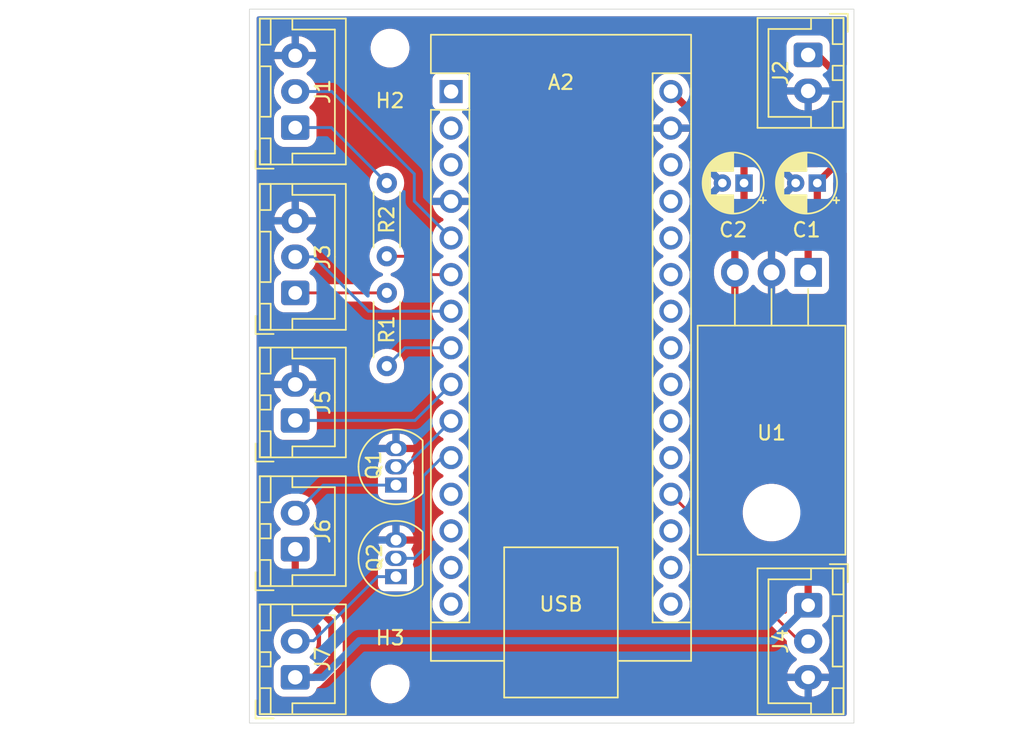
<source format=kicad_pcb>
(kicad_pcb (version 20240108) (generator "pcbnew") (generator_version "8.0")
  (layers (0 "F.Cu" signal) (31 "B.Cu" signal) (34 "B.Paste" user) (35 "F.Paste" user) (36 "B.SilkS" user "B.Silkscreen") (37 "F.SilkS" user "F.Silkscreen") (38 "B.Mask" user) (39 "F.Mask" user) (44 "Edge.Cuts" user))
  (net 0 "")
  (net 1 "/led ts")
  (net 7 "Net-(A2-D5)")
  (net 9 "/commande")
  (net 11 "/led r2d")
  (net 15 "/vitesse")
  (net 19 "/r2d button")
  (net 20 "GND")
  (net 21 "VCC")
  (net 25 "Net-(A2-D8)")
  (net 28 "/ts button")
  (net 30 "+12V")
  (net 31 "Net-(A2-D7)")
  (net 32 "Net-(A2-D3)")
  (net 33 "Net-(J6-Pin_2)")
  (net 34 "Net-(J7-Pin_2)")
  (footprint "Connector_JST:JST_XH_B2B-XH-A_1x02_P2.50mm_Vertical" (layer "F.Cu") (at 146.685 131.445 90)
    (property "Reference" "J7" (at 1.27 1.905 90) (layer "F.SilkS"))
    (property "Value" "relais R2D")
    (pad "1" thru_hole roundrect (at 0 0 90) (size 1.7 2) (drill 1) (layers "*.Cu" "*.Mask" "In1.Cu" "In2.Cu" "In3.Cu" "In4.Cu" "In5.Cu" "In6.Cu" "In7.Cu" "In8.Cu" "In9.Cu" "In10.Cu" "In11.Cu" "In12.Cu" "In13.Cu" "In14.Cu" "In15.Cu" "In16.Cu" "In17.Cu" "In18.Cu" "In19.Cu" "In20.Cu" "In21.Cu" "In22.Cu" "In23.Cu" "In24.Cu" "In25.Cu" "In26.Cu" "In27.Cu" "In28.Cu" "In29.Cu" "In30.Cu") (roundrect_rratio 0.147059) (net 21 "VCC"))
    (pad "2" thru_hole oval (at 2.5 0 90) (size 1.7 2) (drill 1) (layers "*.Cu" "*.Mask" "In1.Cu" "In2.Cu" "In3.Cu" "In4.Cu" "In5.Cu" "In6.Cu" "In7.Cu" "In8.Cu" "In9.Cu" "In10.Cu" "In11.Cu" "In12.Cu" "In13.Cu" "In14.Cu" "In15.Cu" "In16.Cu" "In17.Cu" "In18.Cu" "In19.Cu" "In20.Cu" "In21.Cu" "In22.Cu" "In23.Cu" "In24.Cu" "In25.Cu" "In26.Cu" "In27.Cu" "In28.Cu" "In29.Cu" "In30.Cu") (net 34 "Net-(J7-Pin_2)"))
  )
  (footprint "Package_TO_SOT_THT:TO-220-3_Horizontal_TabDown" (layer "F.Cu") (at 182.245 103.355 180)
    (property "Reference" "U1" (at 2.54 -11.135 360) (layer "F.SilkS"))
    (property "Value" "L7805")
    (pad "" np_thru_hole circle (at 2.54 -16.66 180) (size 3.5 3.5) (drill 3.5) (layers "*.Cu" "*.Mask" "In1.Cu" "In2.Cu" "In3.Cu" "In4.Cu" "In5.Cu" "In6.Cu" "In7.Cu" "In8.Cu" "In9.Cu" "In10.Cu" "In11.Cu" "In12.Cu" "In13.Cu" "In14.Cu" "In15.Cu" "In16.Cu" "In17.Cu" "In18.Cu" "In19.Cu" "In20.Cu" "In21.Cu" "In22.Cu" "In23.Cu" "In24.Cu" "In25.Cu" "In26.Cu" "In27.Cu" "In28.Cu" "In29.Cu" "In30.Cu"))
    (pad "1" thru_hole rect (at 0 0 180) (size 1.905 2) (drill 1.1) (layers "*.Cu" "*.Mask" "In1.Cu" "In2.Cu" "In3.Cu" "In4.Cu" "In5.Cu" "In6.Cu" "In7.Cu" "In8.Cu" "In9.Cu" "In10.Cu" "In11.Cu" "In12.Cu" "In13.Cu" "In14.Cu" "In15.Cu" "In16.Cu" "In17.Cu" "In18.Cu" "In19.Cu" "In20.Cu" "In21.Cu" "In22.Cu" "In23.Cu" "In24.Cu" "In25.Cu" "In26.Cu" "In27.Cu" "In28.Cu" "In29.Cu" "In30.Cu") (net 30 "+12V"))
    (pad "2" thru_hole oval (at 2.54 0 180) (size 1.905 2) (drill 1.1) (layers "*.Cu" "*.Mask" "In1.Cu" "In2.Cu" "In3.Cu" "In4.Cu" "In5.Cu" "In6.Cu" "In7.Cu" "In8.Cu" "In9.Cu" "In10.Cu" "In11.Cu" "In12.Cu" "In13.Cu" "In14.Cu" "In15.Cu" "In16.Cu" "In17.Cu" "In18.Cu" "In19.Cu" "In20.Cu" "In21.Cu" "In22.Cu" "In23.Cu" "In24.Cu" "In25.Cu" "In26.Cu" "In27.Cu" "In28.Cu" "In29.Cu" "In30.Cu") (net 20 "GND"))
    (pad "3" thru_hole oval (at 5.08 0 180) (size 1.905 2) (drill 1.1) (layers "*.Cu" "*.Mask" "In1.Cu" "In2.Cu" "In3.Cu" "In4.Cu" "In5.Cu" "In6.Cu" "In7.Cu" "In8.Cu" "In9.Cu" "In10.Cu" "In11.Cu" "In12.Cu" "In13.Cu" "In14.Cu" "In15.Cu" "In16.Cu" "In17.Cu" "In18.Cu" "In19.Cu" "In20.Cu" "In21.Cu" "In22.Cu" "In23.Cu" "In24.Cu" "In25.Cu" "In26.Cu" "In27.Cu" "In28.Cu" "In29.Cu" "In30.Cu") (net 21 "VCC"))
  )
  (footprint "Connector_JST:JST_XH_B2B-XH-A_1x02_P2.50mm_Vertical" (layer "F.Cu") (at 182.245 88.265 -90)
    (property "Reference" "J2" (at 1.23 1.905 90) (layer "F.SilkS"))
    (property "Value" "Alim")
    (pad "1" thru_hole roundrect (at 0 0 270) (size 1.7 2) (drill 1) (layers "*.Cu" "*.Mask" "In1.Cu" "In2.Cu" "In3.Cu" "In4.Cu" "In5.Cu" "In6.Cu" "In7.Cu" "In8.Cu" "In9.Cu" "In10.Cu" "In11.Cu" "In12.Cu" "In13.Cu" "In14.Cu" "In15.Cu" "In16.Cu" "In17.Cu" "In18.Cu" "In19.Cu" "In20.Cu" "In21.Cu" "In22.Cu" "In23.Cu" "In24.Cu" "In25.Cu" "In26.Cu" "In27.Cu" "In28.Cu" "In29.Cu" "In30.Cu") (roundrect_rratio 0.147059) (net 30 "+12V"))
    (pad "2" thru_hole oval (at 2.5 0 270) (size 1.7 2) (drill 1) (layers "*.Cu" "*.Mask" "In1.Cu" "In2.Cu" "In3.Cu" "In4.Cu" "In5.Cu" "In6.Cu" "In7.Cu" "In8.Cu" "In9.Cu" "In10.Cu" "In11.Cu" "In12.Cu" "In13.Cu" "In14.Cu" "In15.Cu" "In16.Cu" "In17.Cu" "In18.Cu" "In19.Cu" "In20.Cu" "In21.Cu" "In22.Cu" "In23.Cu" "In24.Cu" "In25.Cu" "In26.Cu" "In27.Cu" "In28.Cu" "In29.Cu" "In30.Cu") (net 20 "GND"))
  )
  (footprint "Module:Arduino_Nano" (layer "F.Cu") (at 157.49 90.805)
    (property "Reference" "A2" (at 7.62 -0.635 0) (layer "F.SilkS"))
    (property "Value" "Arduino_Nano_ESP32")
    (fp_text user "USB" (at 7.62 35.56 0) (layer "F.SilkS"))
    (pad "1" thru_hole rect (at 0 0) (size 1.6 1.6) (drill 1) (layers "*.Cu" "*.Mask" "In1.Cu" "In2.Cu" "In3.Cu" "In4.Cu" "In5.Cu" "In6.Cu" "In7.Cu" "In8.Cu" "In9.Cu" "In10.Cu" "In11.Cu" "In12.Cu" "In13.Cu" "In14.Cu" "In15.Cu" "In16.Cu" "In17.Cu" "In18.Cu" "In19.Cu" "In20.Cu" "In21.Cu" "In22.Cu" "In23.Cu" "In24.Cu" "In25.Cu" "In26.Cu" "In27.Cu" "In28.Cu" "In29.Cu" "In30.Cu"))
    (pad "2" thru_hole oval (at 0 2.54) (size 1.6 1.6) (drill 1) (layers "*.Cu" "*.Mask" "In1.Cu" "In2.Cu" "In3.Cu" "In4.Cu" "In5.Cu" "In6.Cu" "In7.Cu" "In8.Cu" "In9.Cu" "In10.Cu" "In11.Cu" "In12.Cu" "In13.Cu" "In14.Cu" "In15.Cu" "In16.Cu" "In17.Cu" "In18.Cu" "In19.Cu" "In20.Cu" "In21.Cu" "In22.Cu" "In23.Cu" "In24.Cu" "In25.Cu" "In26.Cu" "In27.Cu" "In28.Cu" "In29.Cu" "In30.Cu"))
    (pad "3" thru_hole oval (at 0 5.08) (size 1.6 1.6) (drill 1) (layers "*.Cu" "*.Mask" "In1.Cu" "In2.Cu" "In3.Cu" "In4.Cu" "In5.Cu" "In6.Cu" "In7.Cu" "In8.Cu" "In9.Cu" "In10.Cu" "In11.Cu" "In12.Cu" "In13.Cu" "In14.Cu" "In15.Cu" "In16.Cu" "In17.Cu" "In18.Cu" "In19.Cu" "In20.Cu" "In21.Cu" "In22.Cu" "In23.Cu" "In24.Cu" "In25.Cu" "In26.Cu" "In27.Cu" "In28.Cu" "In29.Cu" "In30.Cu"))
    (pad "4" thru_hole oval (at 0 7.62) (size 1.6 1.6) (drill 1) (layers "*.Cu" "*.Mask" "In1.Cu" "In2.Cu" "In3.Cu" "In4.Cu" "In5.Cu" "In6.Cu" "In7.Cu" "In8.Cu" "In9.Cu" "In10.Cu" "In11.Cu" "In12.Cu" "In13.Cu" "In14.Cu" "In15.Cu" "In16.Cu" "In17.Cu" "In18.Cu" "In19.Cu" "In20.Cu" "In21.Cu" "In22.Cu" "In23.Cu" "In24.Cu" "In25.Cu" "In26.Cu" "In27.Cu" "In28.Cu" "In29.Cu" "In30.Cu") (net 20 "GND"))
    (pad "5" thru_hole oval (at 0 10.16) (size 1.6 1.6) (drill 1) (layers "*.Cu" "*.Mask" "In1.Cu" "In2.Cu" "In3.Cu" "In4.Cu" "In5.Cu" "In6.Cu" "In7.Cu" "In8.Cu" "In9.Cu" "In10.Cu" "In11.Cu" "In12.Cu" "In13.Cu" "In14.Cu" "In15.Cu" "In16.Cu" "In17.Cu" "In18.Cu" "In19.Cu" "In20.Cu" "In21.Cu" "In22.Cu" "In23.Cu" "In24.Cu" "In25.Cu" "In26.Cu" "In27.Cu" "In28.Cu" "In29.Cu" "In30.Cu") (net 28 "/ts button"))
    (pad "6" thru_hole oval (at 0 12.7) (size 1.6 1.6) (drill 1) (layers "*.Cu" "*.Mask" "In1.Cu" "In2.Cu" "In3.Cu" "In4.Cu" "In5.Cu" "In6.Cu" "In7.Cu" "In8.Cu" "In9.Cu" "In10.Cu" "In11.Cu" "In12.Cu" "In13.Cu" "In14.Cu" "In15.Cu" "In16.Cu" "In17.Cu" "In18.Cu" "In19.Cu" "In20.Cu" "In21.Cu" "In22.Cu" "In23.Cu" "In24.Cu" "In25.Cu" "In26.Cu" "In27.Cu" "In28.Cu" "In29.Cu" "In30.Cu") (net 32 "Net-(A2-D3)"))
    (pad "7" thru_hole oval (at 0 15.24) (size 1.6 1.6) (drill 1) (layers "*.Cu" "*.Mask" "In1.Cu" "In2.Cu" "In3.Cu" "In4.Cu" "In5.Cu" "In6.Cu" "In7.Cu" "In8.Cu" "In9.Cu" "In10.Cu" "In11.Cu" "In12.Cu" "In13.Cu" "In14.Cu" "In15.Cu" "In16.Cu" "In17.Cu" "In18.Cu" "In19.Cu" "In20.Cu" "In21.Cu" "In22.Cu" "In23.Cu" "In24.Cu" "In25.Cu" "In26.Cu" "In27.Cu" "In28.Cu" "In29.Cu" "In30.Cu") (net 19 "/r2d button"))
    (pad "8" thru_hole oval (at 0 17.78) (size 1.6 1.6) (drill 1) (layers "*.Cu" "*.Mask" "In1.Cu" "In2.Cu" "In3.Cu" "In4.Cu" "In5.Cu" "In6.Cu" "In7.Cu" "In8.Cu" "In9.Cu" "In10.Cu" "In11.Cu" "In12.Cu" "In13.Cu" "In14.Cu" "In15.Cu" "In16.Cu" "In17.Cu" "In18.Cu" "In19.Cu" "In20.Cu" "In21.Cu" "In22.Cu" "In23.Cu" "In24.Cu" "In25.Cu" "In26.Cu" "In27.Cu" "In28.Cu" "In29.Cu" "In30.Cu") (net 7 "Net-(A2-D5)"))
    (pad "9" thru_hole oval (at 0 20.32) (size 1.6 1.6) (drill 1) (layers "*.Cu" "*.Mask" "In1.Cu" "In2.Cu" "In3.Cu" "In4.Cu" "In5.Cu" "In6.Cu" "In7.Cu" "In8.Cu" "In9.Cu" "In10.Cu" "In11.Cu" "In12.Cu" "In13.Cu" "In14.Cu" "In15.Cu" "In16.Cu" "In17.Cu" "In18.Cu" "In19.Cu" "In20.Cu" "In21.Cu" "In22.Cu" "In23.Cu" "In24.Cu" "In25.Cu" "In26.Cu" "In27.Cu" "In28.Cu" "In29.Cu" "In30.Cu") (net 9 "/commande"))
    (pad "10" thru_hole oval (at 0 22.86) (size 1.6 1.6) (drill 1) (layers "*.Cu" "*.Mask" "In1.Cu" "In2.Cu" "In3.Cu" "In4.Cu" "In5.Cu" "In6.Cu" "In7.Cu" "In8.Cu" "In9.Cu" "In10.Cu" "In11.Cu" "In12.Cu" "In13.Cu" "In14.Cu" "In15.Cu" "In16.Cu" "In17.Cu" "In18.Cu" "In19.Cu" "In20.Cu" "In21.Cu" "In22.Cu" "In23.Cu" "In24.Cu" "In25.Cu" "In26.Cu" "In27.Cu" "In28.Cu" "In29.Cu" "In30.Cu") (net 31 "Net-(A2-D7)"))
    (pad "11" thru_hole oval (at 0 25.4) (size 1.6 1.6) (drill 1) (layers "*.Cu" "*.Mask" "In1.Cu" "In2.Cu" "In3.Cu" "In4.Cu" "In5.Cu" "In6.Cu" "In7.Cu" "In8.Cu" "In9.Cu" "In10.Cu" "In11.Cu" "In12.Cu" "In13.Cu" "In14.Cu" "In15.Cu" "In16.Cu" "In17.Cu" "In18.Cu" "In19.Cu" "In20.Cu" "In21.Cu" "In22.Cu" "In23.Cu" "In24.Cu" "In25.Cu" "In26.Cu" "In27.Cu" "In28.Cu" "In29.Cu" "In30.Cu") (net 25 "Net-(A2-D8)"))
    (pad "12" thru_hole oval (at 0 27.94) (size 1.6 1.6) (drill 1) (layers "*.Cu" "*.Mask" "In1.Cu" "In2.Cu" "In3.Cu" "In4.Cu" "In5.Cu" "In6.Cu" "In7.Cu" "In8.Cu" "In9.Cu" "In10.Cu" "In11.Cu" "In12.Cu" "In13.Cu" "In14.Cu" "In15.Cu" "In16.Cu" "In17.Cu" "In18.Cu" "In19.Cu" "In20.Cu" "In21.Cu" "In22.Cu" "In23.Cu" "In24.Cu" "In25.Cu" "In26.Cu" "In27.Cu" "In28.Cu" "In29.Cu" "In30.Cu"))
    (pad "13" thru_hole oval (at 0 30.48) (size 1.6 1.6) (drill 1) (layers "*.Cu" "*.Mask" "In1.Cu" "In2.Cu" "In3.Cu" "In4.Cu" "In5.Cu" "In6.Cu" "In7.Cu" "In8.Cu" "In9.Cu" "In10.Cu" "In11.Cu" "In12.Cu" "In13.Cu" "In14.Cu" "In15.Cu" "In16.Cu" "In17.Cu" "In18.Cu" "In19.Cu" "In20.Cu" "In21.Cu" "In22.Cu" "In23.Cu" "In24.Cu" "In25.Cu" "In26.Cu" "In27.Cu" "In28.Cu" "In29.Cu" "In30.Cu"))
    (pad "14" thru_hole oval (at 0 33.02) (size 1.6 1.6) (drill 1) (layers "*.Cu" "*.Mask" "In1.Cu" "In2.Cu" "In3.Cu" "In4.Cu" "In5.Cu" "In6.Cu" "In7.Cu" "In8.Cu" "In9.Cu" "In10.Cu" "In11.Cu" "In12.Cu" "In13.Cu" "In14.Cu" "In15.Cu" "In16.Cu" "In17.Cu" "In18.Cu" "In19.Cu" "In20.Cu" "In21.Cu" "In22.Cu" "In23.Cu" "In24.Cu" "In25.Cu" "In26.Cu" "In27.Cu" "In28.Cu" "In29.Cu" "In30.Cu"))
    (pad "15" thru_hole oval (at 0 35.56) (size 1.6 1.6) (drill 1) (layers "*.Cu" "*.Mask" "In1.Cu" "In2.Cu" "In3.Cu" "In4.Cu" "In5.Cu" "In6.Cu" "In7.Cu" "In8.Cu" "In9.Cu" "In10.Cu" "In11.Cu" "In12.Cu" "In13.Cu" "In14.Cu" "In15.Cu" "In16.Cu" "In17.Cu" "In18.Cu" "In19.Cu" "In20.Cu" "In21.Cu" "In22.Cu" "In23.Cu" "In24.Cu" "In25.Cu" "In26.Cu" "In27.Cu" "In28.Cu" "In29.Cu" "In30.Cu"))
    (pad "16" thru_hole oval (at 15.24 35.56) (size 1.6 1.6) (drill 1) (layers "*.Cu" "*.Mask" "In1.Cu" "In2.Cu" "In3.Cu" "In4.Cu" "In5.Cu" "In6.Cu" "In7.Cu" "In8.Cu" "In9.Cu" "In10.Cu" "In11.Cu" "In12.Cu" "In13.Cu" "In14.Cu" "In15.Cu" "In16.Cu" "In17.Cu" "In18.Cu" "In19.Cu" "In20.Cu" "In21.Cu" "In22.Cu" "In23.Cu" "In24.Cu" "In25.Cu" "In26.Cu" "In27.Cu" "In28.Cu" "In29.Cu" "In30.Cu"))
    (pad "17" thru_hole oval (at 15.24 33.02) (size 1.6 1.6) (drill 1) (layers "*.Cu" "*.Mask" "In1.Cu" "In2.Cu" "In3.Cu" "In4.Cu" "In5.Cu" "In6.Cu" "In7.Cu" "In8.Cu" "In9.Cu" "In10.Cu" "In11.Cu" "In12.Cu" "In13.Cu" "In14.Cu" "In15.Cu" "In16.Cu" "In17.Cu" "In18.Cu" "In19.Cu" "In20.Cu" "In21.Cu" "In22.Cu" "In23.Cu" "In24.Cu" "In25.Cu" "In26.Cu" "In27.Cu" "In28.Cu" "In29.Cu" "In30.Cu"))
    (pad "18" thru_hole oval (at 15.24 30.48) (size 1.6 1.6) (drill 1) (layers "*.Cu" "*.Mask" "In1.Cu" "In2.Cu" "In3.Cu" "In4.Cu" "In5.Cu" "In6.Cu" "In7.Cu" "In8.Cu" "In9.Cu" "In10.Cu" "In11.Cu" "In12.Cu" "In13.Cu" "In14.Cu" "In15.Cu" "In16.Cu" "In17.Cu" "In18.Cu" "In19.Cu" "In20.Cu" "In21.Cu" "In22.Cu" "In23.Cu" "In24.Cu" "In25.Cu" "In26.Cu" "In27.Cu" "In28.Cu" "In29.Cu" "In30.Cu"))
    (pad "19" thru_hole oval (at 15.24 27.94) (size 1.6 1.6) (drill 1) (layers "*.Cu" "*.Mask" "In1.Cu" "In2.Cu" "In3.Cu" "In4.Cu" "In5.Cu" "In6.Cu" "In7.Cu" "In8.Cu" "In9.Cu" "In10.Cu" "In11.Cu" "In12.Cu" "In13.Cu" "In14.Cu" "In15.Cu" "In16.Cu" "In17.Cu" "In18.Cu" "In19.Cu" "In20.Cu" "In21.Cu" "In22.Cu" "In23.Cu" "In24.Cu" "In25.Cu" "In26.Cu" "In27.Cu" "In28.Cu" "In29.Cu" "In30.Cu") (net 15 "/vitesse"))
    (pad "20" thru_hole oval (at 15.24 25.4) (size 1.6 1.6) (drill 1) (layers "*.Cu" "*.Mask" "In1.Cu" "In2.Cu" "In3.Cu" "In4.Cu" "In5.Cu" "In6.Cu" "In7.Cu" "In8.Cu" "In9.Cu" "In10.Cu" "In11.Cu" "In12.Cu" "In13.Cu" "In14.Cu" "In15.Cu" "In16.Cu" "In17.Cu" "In18.Cu" "In19.Cu" "In20.Cu" "In21.Cu" "In22.Cu" "In23.Cu" "In24.Cu" "In25.Cu" "In26.Cu" "In27.Cu" "In28.Cu" "In29.Cu" "In30.Cu"))
    (pad "21" thru_hole oval (at 15.24 22.86) (size 1.6 1.6) (drill 1) (layers "*.Cu" "*.Mask" "In1.Cu" "In2.Cu" "In3.Cu" "In4.Cu" "In5.Cu" "In6.Cu" "In7.Cu" "In8.Cu" "In9.Cu" "In10.Cu" "In11.Cu" "In12.Cu" "In13.Cu" "In14.Cu" "In15.Cu" "In16.Cu" "In17.Cu" "In18.Cu" "In19.Cu" "In20.Cu" "In21.Cu" "In22.Cu" "In23.Cu" "In24.Cu" "In25.Cu" "In26.Cu" "In27.Cu" "In28.Cu" "In29.Cu" "In30.Cu"))
    (pad "22" thru_hole oval (at 15.24 20.32) (size 1.6 1.6) (drill 1) (layers "*.Cu" "*.Mask" "In1.Cu" "In2.Cu" "In3.Cu" "In4.Cu" "In5.Cu" "In6.Cu" "In7.Cu" "In8.Cu" "In9.Cu" "In10.Cu" "In11.Cu" "In12.Cu" "In13.Cu" "In14.Cu" "In15.Cu" "In16.Cu" "In17.Cu" "In18.Cu" "In19.Cu" "In20.Cu" "In21.Cu" "In22.Cu" "In23.Cu" "In24.Cu" "In25.Cu" "In26.Cu" "In27.Cu" "In28.Cu" "In29.Cu" "In30.Cu"))
    (pad "23" thru_hole oval (at 15.24 17.78) (size 1.6 1.6) (drill 1) (layers "*.Cu" "*.Mask" "In1.Cu" "In2.Cu" "In3.Cu" "In4.Cu" "In5.Cu" "In6.Cu" "In7.Cu" "In8.Cu" "In9.Cu" "In10.Cu" "In11.Cu" "In12.Cu" "In13.Cu" "In14.Cu" "In15.Cu" "In16.Cu" "In17.Cu" "In18.Cu" "In19.Cu" "In20.Cu" "In21.Cu" "In22.Cu" "In23.Cu" "In24.Cu" "In25.Cu" "In26.Cu" "In27.Cu" "In28.Cu" "In29.Cu" "In30.Cu"))
    (pad "24" thru_hole oval (at 15.24 15.24) (size 1.6 1.6) (drill 1) (layers "*.Cu" "*.Mask" "In1.Cu" "In2.Cu" "In3.Cu" "In4.Cu" "In5.Cu" "In6.Cu" "In7.Cu" "In8.Cu" "In9.Cu" "In10.Cu" "In11.Cu" "In12.Cu" "In13.Cu" "In14.Cu" "In15.Cu" "In16.Cu" "In17.Cu" "In18.Cu" "In19.Cu" "In20.Cu" "In21.Cu" "In22.Cu" "In23.Cu" "In24.Cu" "In25.Cu" "In26.Cu" "In27.Cu" "In28.Cu" "In29.Cu" "In30.Cu"))
    (pad "25" thru_hole oval (at 15.24 12.7) (size 1.6 1.6) (drill 1) (layers "*.Cu" "*.Mask" "In1.Cu" "In2.Cu" "In3.Cu" "In4.Cu" "In5.Cu" "In6.Cu" "In7.Cu" "In8.Cu" "In9.Cu" "In10.Cu" "In11.Cu" "In12.Cu" "In13.Cu" "In14.Cu" "In15.Cu" "In16.Cu" "In17.Cu" "In18.Cu" "In19.Cu" "In20.Cu" "In21.Cu" "In22.Cu" "In23.Cu" "In24.Cu" "In25.Cu" "In26.Cu" "In27.Cu" "In28.Cu" "In29.Cu" "In30.Cu"))
    (pad "26" thru_hole oval (at 15.24 10.16) (size 1.6 1.6) (drill 1) (layers "*.Cu" "*.Mask" "In1.Cu" "In2.Cu" "In3.Cu" "In4.Cu" "In5.Cu" "In6.Cu" "In7.Cu" "In8.Cu" "In9.Cu" "In10.Cu" "In11.Cu" "In12.Cu" "In13.Cu" "In14.Cu" "In15.Cu" "In16.Cu" "In17.Cu" "In18.Cu" "In19.Cu" "In20.Cu" "In21.Cu" "In22.Cu" "In23.Cu" "In24.Cu" "In25.Cu" "In26.Cu" "In27.Cu" "In28.Cu" "In29.Cu" "In30.Cu"))
    (pad "27" thru_hole oval (at 15.24 7.62) (size 1.6 1.6) (drill 1) (layers "*.Cu" "*.Mask" "In1.Cu" "In2.Cu" "In3.Cu" "In4.Cu" "In5.Cu" "In6.Cu" "In7.Cu" "In8.Cu" "In9.Cu" "In10.Cu" "In11.Cu" "In12.Cu" "In13.Cu" "In14.Cu" "In15.Cu" "In16.Cu" "In17.Cu" "In18.Cu" "In19.Cu" "In20.Cu" "In21.Cu" "In22.Cu" "In23.Cu" "In24.Cu" "In25.Cu" "In26.Cu" "In27.Cu" "In28.Cu" "In29.Cu" "In30.Cu"))
    (pad "28" thru_hole oval (at 15.24 5.08) (size 1.6 1.6) (drill 1) (layers "*.Cu" "*.Mask" "In1.Cu" "In2.Cu" "In3.Cu" "In4.Cu" "In5.Cu" "In6.Cu" "In7.Cu" "In8.Cu" "In9.Cu" "In10.Cu" "In11.Cu" "In12.Cu" "In13.Cu" "In14.Cu" "In15.Cu" "In16.Cu" "In17.Cu" "In18.Cu" "In19.Cu" "In20.Cu" "In21.Cu" "In22.Cu" "In23.Cu" "In24.Cu" "In25.Cu" "In26.Cu" "In27.Cu" "In28.Cu" "In29.Cu" "In30.Cu"))
    (pad "29" thru_hole oval (at 15.24 2.54) (size 1.6 1.6) (drill 1) (layers "*.Cu" "*.Mask" "In1.Cu" "In2.Cu" "In3.Cu" "In4.Cu" "In5.Cu" "In6.Cu" "In7.Cu" "In8.Cu" "In9.Cu" "In10.Cu" "In11.Cu" "In12.Cu" "In13.Cu" "In14.Cu" "In15.Cu" "In16.Cu" "In17.Cu" "In18.Cu" "In19.Cu" "In20.Cu" "In21.Cu" "In22.Cu" "In23.Cu" "In24.Cu" "In25.Cu" "In26.Cu" "In27.Cu" "In28.Cu" "In29.Cu" "In30.Cu") (net 20 "GND"))
    (pad "30" thru_hole oval (at 15.24 0) (size 1.6 1.6) (drill 1) (layers "*.Cu" "*.Mask" "In1.Cu" "In2.Cu" "In3.Cu" "In4.Cu" "In5.Cu" "In6.Cu" "In7.Cu" "In8.Cu" "In9.Cu" "In10.Cu" "In11.Cu" "In12.Cu" "In13.Cu" "In14.Cu" "In15.Cu" "In16.Cu" "In17.Cu" "In18.Cu" "In19.Cu" "In20.Cu" "In21.Cu" "In22.Cu" "In23.Cu" "In24.Cu" "In25.Cu" "In26.Cu" "In27.Cu" "In28.Cu" "In29.Cu" "In30.Cu") (net 21 "VCC"))
  )
  (footprint "Connector_JST:JST_XH_B3B-XH-A_1x03_P2.50mm_Vertical" (layer "F.Cu") (at 146.685 93.305 90)
    (property "Reference" "J1" (at 2.5 1.905 90) (layer "F.SilkS"))
    (property "Value" "TS ON")
    (pad "1" thru_hole roundrect (at 0 0 90) (size 1.7 1.95) (drill 0.95) (layers "*.Cu" "*.Mask" "In1.Cu" "In2.Cu" "In3.Cu" "In4.Cu" "In5.Cu" "In6.Cu" "In7.Cu" "In8.Cu" "In9.Cu" "In10.Cu" "In11.Cu" "In12.Cu" "In13.Cu" "In14.Cu" "In15.Cu" "In16.Cu" "In17.Cu" "In18.Cu" "In19.Cu" "In20.Cu" "In21.Cu" "In22.Cu" "In23.Cu" "In24.Cu" "In25.Cu" "In26.Cu" "In27.Cu" "In28.Cu" "In29.Cu" "In30.Cu") (roundrect_rratio 0.147059) (net 1 "/led ts"))
    (pad "2" thru_hole oval (at 2.5 0 90) (size 1.7 1.95) (drill 0.95) (layers "*.Cu" "*.Mask" "In1.Cu" "In2.Cu" "In3.Cu" "In4.Cu" "In5.Cu" "In6.Cu" "In7.Cu" "In8.Cu" "In9.Cu" "In10.Cu" "In11.Cu" "In12.Cu" "In13.Cu" "In14.Cu" "In15.Cu" "In16.Cu" "In17.Cu" "In18.Cu" "In19.Cu" "In20.Cu" "In21.Cu" "In22.Cu" "In23.Cu" "In24.Cu" "In25.Cu" "In26.Cu" "In27.Cu" "In28.Cu" "In29.Cu" "In30.Cu") (net 28 "/ts button"))
    (pad "3" thru_hole oval (at 5 0 90) (size 1.7 1.95) (drill 0.95) (layers "*.Cu" "*.Mask" "In1.Cu" "In2.Cu" "In3.Cu" "In4.Cu" "In5.Cu" "In6.Cu" "In7.Cu" "In8.Cu" "In9.Cu" "In10.Cu" "In11.Cu" "In12.Cu" "In13.Cu" "In14.Cu" "In15.Cu" "In16.Cu" "In17.Cu" "In18.Cu" "In19.Cu" "In20.Cu" "In21.Cu" "In22.Cu" "In23.Cu" "In24.Cu" "In25.Cu" "In26.Cu" "In27.Cu" "In28.Cu" "In29.Cu" "In30.Cu") (net 20 "GND"))
  )
  (footprint "MountingHole:MountingHole_2.2mm_M2" (layer "F.Cu") (at 153.265792 131.906584)
    (property "Reference" "H3" (at 0 -3.2 0) (layer "F.SilkS"))
    (property "Value" "MountingHole" (hide yes))
    (pad "" np_thru_hole circle (at 0 0) (size 2.2 2.2) (drill 2.2) (layers "*.Cu" "*.Mask" "In1.Cu" "In2.Cu" "In3.Cu" "In4.Cu" "In5.Cu" "In6.Cu" "In7.Cu" "In8.Cu" "In9.Cu" "In10.Cu" "In11.Cu" "In12.Cu" "In13.Cu" "In14.Cu" "In15.Cu" "In16.Cu" "In17.Cu" "In18.Cu" "In19.Cu" "In20.Cu" "In21.Cu" "In22.Cu" "In23.Cu" "In24.Cu" "In25.Cu" "In26.Cu" "In27.Cu" "In28.Cu" "In29.Cu" "In30.Cu"))
  )
  (footprint "MountingHole:MountingHole_2.2mm_M2" (layer "F.Cu") (at 153.255878 87.795606)
    (property "Reference" "H2" (at 0 3.644394 0) (layer "F.SilkS"))
    (property "Value" "MountingHole" (hide yes))
    (pad "" np_thru_hole circle (at 0 0) (size 2.2 2.2) (drill 2.2) (layers "*.Cu" "*.Mask" "In1.Cu" "In2.Cu" "In3.Cu" "In4.Cu" "In5.Cu" "In6.Cu" "In7.Cu" "In8.Cu" "In9.Cu" "In10.Cu" "In11.Cu" "In12.Cu" "In13.Cu" "In14.Cu" "In15.Cu" "In16.Cu" "In17.Cu" "In18.Cu" "In19.Cu" "In20.Cu" "In21.Cu" "In22.Cu" "In23.Cu" "In24.Cu" "In25.Cu" "In26.Cu" "In27.Cu" "In28.Cu" "In29.Cu" "In30.Cu"))
  )
  (footprint "Package_TO_SOT_THT:TO-92_Inline" (layer "F.Cu") (at 153.67 118.11 90)
    (property "Reference" "Q1" (at 1.369885 -1.550189 90) (layer "F.SilkS"))
    (property "Value" "BS108")
    (pad "1" thru_hole rect (at 0 0 90) (size 1.05 1.5) (drill 0.75) (layers "*.Cu" "*.Mask" "In1.Cu" "In2.Cu" "In3.Cu" "In4.Cu" "In5.Cu" "In6.Cu" "In7.Cu" "In8.Cu" "In9.Cu" "In10.Cu" "In11.Cu" "In12.Cu" "In13.Cu" "In14.Cu" "In15.Cu" "In16.Cu" "In17.Cu" "In18.Cu" "In19.Cu" "In20.Cu" "In21.Cu" "In22.Cu" "In23.Cu" "In24.Cu" "In25.Cu" "In26.Cu" "In27.Cu" "In28.Cu" "In29.Cu" "In30.Cu") (net 33 "Net-(J6-Pin_2)"))
    (pad "2" thru_hole oval (at 1.27 0 90) (size 1.05 1.5) (drill 0.75) (layers "*.Cu" "*.Mask" "In1.Cu" "In2.Cu" "In3.Cu" "In4.Cu" "In5.Cu" "In6.Cu" "In7.Cu" "In8.Cu" "In9.Cu" "In10.Cu" "In11.Cu" "In12.Cu" "In13.Cu" "In14.Cu" "In15.Cu" "In16.Cu" "In17.Cu" "In18.Cu" "In19.Cu" "In20.Cu" "In21.Cu" "In22.Cu" "In23.Cu" "In24.Cu" "In25.Cu" "In26.Cu" "In27.Cu" "In28.Cu" "In29.Cu" "In30.Cu") (net 31 "Net-(A2-D7)"))
    (pad "3" thru_hole oval (at 2.54 0 90) (size 1.05 1.5) (drill 0.75) (layers "*.Cu" "*.Mask" "In1.Cu" "In2.Cu" "In3.Cu" "In4.Cu" "In5.Cu" "In6.Cu" "In7.Cu" "In8.Cu" "In9.Cu" "In10.Cu" "In11.Cu" "In12.Cu" "In13.Cu" "In14.Cu" "In15.Cu" "In16.Cu" "In17.Cu" "In18.Cu" "In19.Cu" "In20.Cu" "In21.Cu" "In22.Cu" "In23.Cu" "In24.Cu" "In25.Cu" "In26.Cu" "In27.Cu" "In28.Cu" "In29.Cu" "In30.Cu") (net 20 "GND"))
  )
  (footprint "Connector_JST:JST_XH_B2B-XH-A_1x02_P2.50mm_Vertical" (layer "F.Cu") (at 146.685 113.625 90)
    (property "Reference" "J5" (at 1.25 1.905 90) (layer "F.SilkS"))
    (property "Value" "commande onduleur")
    (pad "1" thru_hole roundrect (at 0 0 90) (size 1.7 2) (drill 1) (layers "*.Cu" "*.Mask" "In1.Cu" "In2.Cu" "In3.Cu" "In4.Cu" "In5.Cu" "In6.Cu" "In7.Cu" "In8.Cu" "In9.Cu" "In10.Cu" "In11.Cu" "In12.Cu" "In13.Cu" "In14.Cu" "In15.Cu" "In16.Cu" "In17.Cu" "In18.Cu" "In19.Cu" "In20.Cu" "In21.Cu" "In22.Cu" "In23.Cu" "In24.Cu" "In25.Cu" "In26.Cu" "In27.Cu" "In28.Cu" "In29.Cu" "In30.Cu") (roundrect_rratio 0.147059) (net 9 "/commande"))
    (pad "2" thru_hole oval (at 2.5 0 90) (size 1.7 2) (drill 1) (layers "*.Cu" "*.Mask" "In1.Cu" "In2.Cu" "In3.Cu" "In4.Cu" "In5.Cu" "In6.Cu" "In7.Cu" "In8.Cu" "In9.Cu" "In10.Cu" "In11.Cu" "In12.Cu" "In13.Cu" "In14.Cu" "In15.Cu" "In16.Cu" "In17.Cu" "In18.Cu" "In19.Cu" "In20.Cu" "In21.Cu" "In22.Cu" "In23.Cu" "In24.Cu" "In25.Cu" "In26.Cu" "In27.Cu" "In28.Cu" "In29.Cu" "In30.Cu") (net 20 "GND"))
  )
  (footprint "Connector_JST:JST_XH_B3B-XH-A_1x03_P2.50mm_Vertical" (layer "F.Cu") (at 182.245 126.445 -90)
    (property "Reference" "J4" (at 2.5 1.905 90) (layer "F.SilkS"))
    (property "Value" "Potentiometre")
    (pad "1" thru_hole roundrect (at 0 0 270) (size 1.7 1.95) (drill 0.95) (layers "*.Cu" "*.Mask" "In1.Cu" "In2.Cu" "In3.Cu" "In4.Cu" "In5.Cu" "In6.Cu" "In7.Cu" "In8.Cu" "In9.Cu" "In10.Cu" "In11.Cu" "In12.Cu" "In13.Cu" "In14.Cu" "In15.Cu" "In16.Cu" "In17.Cu" "In18.Cu" "In19.Cu" "In20.Cu" "In21.Cu" "In22.Cu" "In23.Cu" "In24.Cu" "In25.Cu" "In26.Cu" "In27.Cu" "In28.Cu" "In29.Cu" "In30.Cu") (roundrect_rratio 0.147059) (net 21 "VCC"))
    (pad "2" thru_hole oval (at 2.5 0 270) (size 1.7 1.95) (drill 0.95) (layers "*.Cu" "*.Mask" "In1.Cu" "In2.Cu" "In3.Cu" "In4.Cu" "In5.Cu" "In6.Cu" "In7.Cu" "In8.Cu" "In9.Cu" "In10.Cu" "In11.Cu" "In12.Cu" "In13.Cu" "In14.Cu" "In15.Cu" "In16.Cu" "In17.Cu" "In18.Cu" "In19.Cu" "In20.Cu" "In21.Cu" "In22.Cu" "In23.Cu" "In24.Cu" "In25.Cu" "In26.Cu" "In27.Cu" "In28.Cu" "In29.Cu" "In30.Cu") (net 15 "/vitesse"))
    (pad "3" thru_hole oval (at 5 0 270) (size 1.7 1.95) (drill 0.95) (layers "*.Cu" "*.Mask" "In1.Cu" "In2.Cu" "In3.Cu" "In4.Cu" "In5.Cu" "In6.Cu" "In7.Cu" "In8.Cu" "In9.Cu" "In10.Cu" "In11.Cu" "In12.Cu" "In13.Cu" "In14.Cu" "In15.Cu" "In16.Cu" "In17.Cu" "In18.Cu" "In19.Cu" "In20.Cu" "In21.Cu" "In22.Cu" "In23.Cu" "In24.Cu" "In25.Cu" "In26.Cu" "In27.Cu" "In28.Cu" "In29.Cu" "In30.Cu") (net 20 "GND"))
  )
  (footprint "Connector_JST:JST_XH_B3B-XH-A_1x03_P2.50mm_Vertical" (layer "F.Cu") (at 146.685 104.775 90)
    (property "Reference" "J3" (at 2.5 1.905 90) (layer "F.SilkS"))
    (property "Value" "R2D")
    (pad "1" thru_hole roundrect (at 0 0 90) (size 1.7 1.95) (drill 0.95) (layers "*.Cu" "*.Mask" "In1.Cu" "In2.Cu" "In3.Cu" "In4.Cu" "In5.Cu" "In6.Cu" "In7.Cu" "In8.Cu" "In9.Cu" "In10.Cu" "In11.Cu" "In12.Cu" "In13.Cu" "In14.Cu" "In15.Cu" "In16.Cu" "In17.Cu" "In18.Cu" "In19.Cu" "In20.Cu" "In21.Cu" "In22.Cu" "In23.Cu" "In24.Cu" "In25.Cu" "In26.Cu" "In27.Cu" "In28.Cu" "In29.Cu" "In30.Cu") (roundrect_rratio 0.147059) (net 11 "/led r2d"))
    (pad "2" thru_hole oval (at 2.5 0 90) (size 1.7 1.95) (drill 0.95) (layers "*.Cu" "*.Mask" "In1.Cu" "In2.Cu" "In3.Cu" "In4.Cu" "In5.Cu" "In6.Cu" "In7.Cu" "In8.Cu" "In9.Cu" "In10.Cu" "In11.Cu" "In12.Cu" "In13.Cu" "In14.Cu" "In15.Cu" "In16.Cu" "In17.Cu" "In18.Cu" "In19.Cu" "In20.Cu" "In21.Cu" "In22.Cu" "In23.Cu" "In24.Cu" "In25.Cu" "In26.Cu" "In27.Cu" "In28.Cu" "In29.Cu" "In30.Cu") (net 19 "/r2d button"))
    (pad "3" thru_hole oval (at 5 0 90) (size 1.7 1.95) (drill 0.95) (layers "*.Cu" "*.Mask" "In1.Cu" "In2.Cu" "In3.Cu" "In4.Cu" "In5.Cu" "In6.Cu" "In7.Cu" "In8.Cu" "In9.Cu" "In10.Cu" "In11.Cu" "In12.Cu" "In13.Cu" "In14.Cu" "In15.Cu" "In16.Cu" "In17.Cu" "In18.Cu" "In19.Cu" "In20.Cu" "In21.Cu" "In22.Cu" "In23.Cu" "In24.Cu" "In25.Cu" "In26.Cu" "In27.Cu" "In28.Cu" "In29.Cu" "In30.Cu") (net 20 "GND"))
  )
  (footprint "Capacitor_THT:CP_Radial_D4.0mm_P1.50mm" (layer "F.Cu") (at 177.8 97.155 180)
    (property "Reference" "C2" (at 0.75 -3.25 360) (layer "F.SilkS"))
    (property "Value" "10u")
    (pad "1" thru_hole rect (at 0 0 180) (size 1.2 1.2) (drill 0.6) (layers "*.Cu" "*.Mask" "In1.Cu" "In2.Cu" "In3.Cu" "In4.Cu" "In5.Cu" "In6.Cu" "In7.Cu" "In8.Cu" "In9.Cu" "In10.Cu" "In11.Cu" "In12.Cu" "In13.Cu" "In14.Cu" "In15.Cu" "In16.Cu" "In17.Cu" "In18.Cu" "In19.Cu" "In20.Cu" "In21.Cu" "In22.Cu" "In23.Cu" "In24.Cu" "In25.Cu" "In26.Cu" "In27.Cu" "In28.Cu" "In29.Cu" "In30.Cu") (net 21 "VCC"))
    (pad "2" thru_hole circle (at 1.5 0 180) (size 1.2 1.2) (drill 0.6) (layers "*.Cu" "*.Mask" "In1.Cu" "In2.Cu" "In3.Cu" "In4.Cu" "In5.Cu" "In6.Cu" "In7.Cu" "In8.Cu" "In9.Cu" "In10.Cu" "In11.Cu" "In12.Cu" "In13.Cu" "In14.Cu" "In15.Cu" "In16.Cu" "In17.Cu" "In18.Cu" "In19.Cu" "In20.Cu" "In21.Cu" "In22.Cu" "In23.Cu" "In24.Cu" "In25.Cu" "In26.Cu" "In27.Cu" "In28.Cu" "In29.Cu" "In30.Cu") (net 20 "GND"))
  )
  (footprint "Package_TO_SOT_THT:TO-92_Inline" (layer "F.Cu") (at 153.67 124.46 90)
    (property "Reference" "Q2" (at 1.29424 -1.484039 90) (layer "F.SilkS"))
    (property "Value" "BS108")
    (pad "1" thru_hole rect (at 0 0 90) (size 1.05 1.5) (drill 0.75) (layers "*.Cu" "*.Mask" "In1.Cu" "In2.Cu" "In3.Cu" "In4.Cu" "In5.Cu" "In6.Cu" "In7.Cu" "In8.Cu" "In9.Cu" "In10.Cu" "In11.Cu" "In12.Cu" "In13.Cu" "In14.Cu" "In15.Cu" "In16.Cu" "In17.Cu" "In18.Cu" "In19.Cu" "In20.Cu" "In21.Cu" "In22.Cu" "In23.Cu" "In24.Cu" "In25.Cu" "In26.Cu" "In27.Cu" "In28.Cu" "In29.Cu" "In30.Cu") (net 34 "Net-(J7-Pin_2)"))
    (pad "2" thru_hole oval (at 1.27 0 90) (size 1.05 1.5) (drill 0.75) (layers "*.Cu" "*.Mask" "In1.Cu" "In2.Cu" "In3.Cu" "In4.Cu" "In5.Cu" "In6.Cu" "In7.Cu" "In8.Cu" "In9.Cu" "In10.Cu" "In11.Cu" "In12.Cu" "In13.Cu" "In14.Cu" "In15.Cu" "In16.Cu" "In17.Cu" "In18.Cu" "In19.Cu" "In20.Cu" "In21.Cu" "In22.Cu" "In23.Cu" "In24.Cu" "In25.Cu" "In26.Cu" "In27.Cu" "In28.Cu" "In29.Cu" "In30.Cu") (net 25 "Net-(A2-D8)"))
    (pad "3" thru_hole oval (at 2.54 0 90) (size 1.05 1.5) (drill 0.75) (layers "*.Cu" "*.Mask" "In1.Cu" "In2.Cu" "In3.Cu" "In4.Cu" "In5.Cu" "In6.Cu" "In7.Cu" "In8.Cu" "In9.Cu" "In10.Cu" "In11.Cu" "In12.Cu" "In13.Cu" "In14.Cu" "In15.Cu" "In16.Cu" "In17.Cu" "In18.Cu" "In19.Cu" "In20.Cu" "In21.Cu" "In22.Cu" "In23.Cu" "In24.Cu" "In25.Cu" "In26.Cu" "In27.Cu" "In28.Cu" "In29.Cu" "In30.Cu") (net 20 "GND"))
  )
  (footprint "Resistor_THT:R_Axial_DIN0204_L3.6mm_D1.6mm_P5.08mm_Horizontal" (layer "F.Cu") (at 153.035 97.155 -90)
    (property "Reference" "R2" (at 2.54 0 90) (layer "F.SilkS"))
    (property "Value" "4.7k")
    (pad "1" thru_hole circle (at 0 0 270) (size 1.4 1.4) (drill 0.7) (layers "*.Cu" "*.Mask" "In1.Cu" "In2.Cu" "In3.Cu" "In4.Cu" "In5.Cu" "In6.Cu" "In7.Cu" "In8.Cu" "In9.Cu" "In10.Cu" "In11.Cu" "In12.Cu" "In13.Cu" "In14.Cu" "In15.Cu" "In16.Cu" "In17.Cu" "In18.Cu" "In19.Cu" "In20.Cu" "In21.Cu" "In22.Cu" "In23.Cu" "In24.Cu" "In25.Cu" "In26.Cu" "In27.Cu" "In28.Cu" "In29.Cu" "In30.Cu") (net 1 "/led ts"))
    (pad "2" thru_hole oval (at 5.08 0 270) (size 1.4 1.4) (drill 0.7) (layers "*.Cu" "*.Mask" "In1.Cu" "In2.Cu" "In3.Cu" "In4.Cu" "In5.Cu" "In6.Cu" "In7.Cu" "In8.Cu" "In9.Cu" "In10.Cu" "In11.Cu" "In12.Cu" "In13.Cu" "In14.Cu" "In15.Cu" "In16.Cu" "In17.Cu" "In18.Cu" "In19.Cu" "In20.Cu" "In21.Cu" "In22.Cu" "In23.Cu" "In24.Cu" "In25.Cu" "In26.Cu" "In27.Cu" "In28.Cu" "In29.Cu" "In30.Cu") (net 32 "Net-(A2-D3)"))
  )
  (footprint "Connector_JST:JST_XH_B2B-XH-A_1x02_P2.50mm_Vertical" (layer "F.Cu") (at 146.685 122.555 90)
    (property "Reference" "J6" (at 1.25 1.905 90) (layer "F.SilkS"))
    (property "Value" "relais TS")
    (pad "1" thru_hole roundrect (at 0 0 90) (size 1.7 2) (drill 1) (layers "*.Cu" "*.Mask" "In1.Cu" "In2.Cu" "In3.Cu" "In4.Cu" "In5.Cu" "In6.Cu" "In7.Cu" "In8.Cu" "In9.Cu" "In10.Cu" "In11.Cu" "In12.Cu" "In13.Cu" "In14.Cu" "In15.Cu" "In16.Cu" "In17.Cu" "In18.Cu" "In19.Cu" "In20.Cu" "In21.Cu" "In22.Cu" "In23.Cu" "In24.Cu" "In25.Cu" "In26.Cu" "In27.Cu" "In28.Cu" "In29.Cu" "In30.Cu") (roundrect_rratio 0.147059) (net 21 "VCC"))
    (pad "2" thru_hole oval (at 2.5 0 90) (size 1.7 2) (drill 1) (layers "*.Cu" "*.Mask" "In1.Cu" "In2.Cu" "In3.Cu" "In4.Cu" "In5.Cu" "In6.Cu" "In7.Cu" "In8.Cu" "In9.Cu" "In10.Cu" "In11.Cu" "In12.Cu" "In13.Cu" "In14.Cu" "In15.Cu" "In16.Cu" "In17.Cu" "In18.Cu" "In19.Cu" "In20.Cu" "In21.Cu" "In22.Cu" "In23.Cu" "In24.Cu" "In25.Cu" "In26.Cu" "In27.Cu" "In28.Cu" "In29.Cu" "In30.Cu") (net 33 "Net-(J6-Pin_2)"))
  )
  (footprint "Resistor_THT:R_Axial_DIN0204_L3.6mm_D1.6mm_P5.08mm_Horizontal" (layer "F.Cu") (at 153.035 104.775 -90)
    (property "Reference" "R1" (at 2.54 0 90) (layer "F.SilkS"))
    (property "Value" "4.7k")
    (pad "1" thru_hole circle (at 0 0 270) (size 1.4 1.4) (drill 0.7) (layers "*.Cu" "*.Mask" "In1.Cu" "In2.Cu" "In3.Cu" "In4.Cu" "In5.Cu" "In6.Cu" "In7.Cu" "In8.Cu" "In9.Cu" "In10.Cu" "In11.Cu" "In12.Cu" "In13.Cu" "In14.Cu" "In15.Cu" "In16.Cu" "In17.Cu" "In18.Cu" "In19.Cu" "In20.Cu" "In21.Cu" "In22.Cu" "In23.Cu" "In24.Cu" "In25.Cu" "In26.Cu" "In27.Cu" "In28.Cu" "In29.Cu" "In30.Cu") (net 11 "/led r2d"))
    (pad "2" thru_hole oval (at 5.08 0 270) (size 1.4 1.4) (drill 0.7) (layers "*.Cu" "*.Mask" "In1.Cu" "In2.Cu" "In3.Cu" "In4.Cu" "In5.Cu" "In6.Cu" "In7.Cu" "In8.Cu" "In9.Cu" "In10.Cu" "In11.Cu" "In12.Cu" "In13.Cu" "In14.Cu" "In15.Cu" "In16.Cu" "In17.Cu" "In18.Cu" "In19.Cu" "In20.Cu" "In21.Cu" "In22.Cu" "In23.Cu" "In24.Cu" "In25.Cu" "In26.Cu" "In27.Cu" "In28.Cu" "In29.Cu" "In30.Cu") (net 7 "Net-(A2-D5)"))
  )
  (footprint "Capacitor_THT:CP_Radial_D4.0mm_P1.50mm" (layer "F.Cu") (at 182.88 97.155 180)
    (property "Reference" "C1" (at 0.75 -3.25 360) (layer "F.SilkS"))
    (property "Value" "10u")
    (pad "1" thru_hole rect (at 0 0 180) (size 1.2 1.2) (drill 0.6) (layers "*.Cu" "*.Mask" "In1.Cu" "In2.Cu" "In3.Cu" "In4.Cu" "In5.Cu" "In6.Cu" "In7.Cu" "In8.Cu" "In9.Cu" "In10.Cu" "In11.Cu" "In12.Cu" "In13.Cu" "In14.Cu" "In15.Cu" "In16.Cu" "In17.Cu" "In18.Cu" "In19.Cu" "In20.Cu" "In21.Cu" "In22.Cu" "In23.Cu" "In24.Cu" "In25.Cu" "In26.Cu" "In27.Cu" "In28.Cu" "In29.Cu" "In30.Cu") (net 30 "+12V"))
    (pad "2" thru_hole circle (at 1.5 0 180) (size 1.2 1.2) (drill 0.6) (layers "*.Cu" "*.Mask" "In1.Cu" "In2.Cu" "In3.Cu" "In4.Cu" "In5.Cu" "In6.Cu" "In7.Cu" "In8.Cu" "In9.Cu" "In10.Cu" "In11.Cu" "In12.Cu" "In13.Cu" "In14.Cu" "In15.Cu" "In16.Cu" "In17.Cu" "In18.Cu" "In19.Cu" "In20.Cu" "In21.Cu" "In22.Cu" "In23.Cu" "In24.Cu" "In25.Cu" "In26.Cu" "In27.Cu" "In28.Cu" "In29.Cu" "In30.Cu") (net 20 "GND"))
  )
  (gr_rect (start 143.51 85.09) (end 185.42 134.62) (stroke (width 0.05)) (fill none) (layer "Edge.Cuts"))
  (segment (start 146.685 93.305) (end 149.185 93.305) (width 0.2) (layer "B.Cu") (net 1))
  (segment (start 149.185 93.305) (end 153.035 97.155) (width 0.2) (layer "B.Cu") (net 1))
  (segment (start 153.035 109.855) (end 154.305 108.585) (width 0.2) (layer "B.Cu") (net 7))
  (segment (start 154.305 108.585) (end 157.49 108.585) (width 0.2) (layer "B.Cu") (net 7))
  (segment (start 154.99 113.625) (end 157.49 111.125) (width 0.2) (layer "B.Cu") (net 9))
  (segment (start 146.685 113.625) (end 154.99 113.625) (width 0.2) (layer "B.Cu") (net 9))
  (segment (start 153.035 104.775) (end 146.685 104.775) (width 0.2) (layer "F.Cu") (net 11))
  (segment (start 181.65 128.945) (end 178.435 125.73) (width 0.2) (layer "F.Cu") (net 15))
  (segment (start 182.245 128.945) (end 181.65 128.945) (width 0.2) (layer "F.Cu") (net 15))
  (segment (start 178.435 125.73) (end 178.435 124.45) (width 0.2) (layer "F.Cu") (net 15))
  (segment (start 178.435 124.45) (end 172.73 118.745) (width 0.2) (layer "F.Cu") (net 15))
  (segment (start 147.995 102.275) (end 146.685 102.275) (width 0.2) (layer "B.Cu") (net 19))
  (segment (start 151.765 106.045) (end 147.995 102.275) (width 0.2) (layer "B.Cu") (net 19))
  (segment (start 157.49 106.045) (end 151.765 106.045) (width 0.2) (layer "B.Cu") (net 19))
  (segment (start 182.245 113.665) (end 177.165 108.585) (width 0.5) (layer "F.Cu") (net 21))
  (segment (start 177.165 100.33) (end 177.165 102.53) (width 0.5) (layer "F.Cu") (net 21))
  (segment (start 149.225 127.635) (end 149.225 130.175) (width 0.5) (layer "F.Cu") (net 21))
  (segment (start 172.73 90.805) (end 177.8 95.875) (width 0.5) (layer "F.Cu") (net 21))
  (segment (start 177.8 99.695) (end 177.165 100.33) (width 0.5) (layer "F.Cu") (net 21))
  (segment (start 146.685 122.555) (end 146.685 125.095) (width 0.5) (layer "F.Cu") (net 21))
  (segment (start 147.955 131.445) (end 146.685 131.445) (width 0.5) (layer "F.Cu") (net 21))
  (segment (start 149.225 130.175) (end 147.955 131.445) (width 0.5) (layer "F.Cu") (net 21))
  (segment (start 182.245 126.445) (end 182.245 113.665) (width 0.5) (layer "F.Cu") (net 21))
  (segment (start 177.8 95.875) (end 177.8 97.155) (width 0.5) (layer "F.Cu") (net 21))
  (segment (start 146.685 125.095) (end 149.225 127.635) (width 0.5) (layer "F.Cu") (net 21))
  (segment (start 177.165 108.585) (end 177.165 102.53) (width 0.5) (layer "F.Cu") (net 21))
  (segment (start 177.8 97.155) (end 177.8 99.695) (width 0.5) (layer "F.Cu") (net 21))
  (segment (start 151.13 128.905) (end 148.59 131.445) (width 0.5) (layer "B.Cu") (net 21))
  (segment (start 182.245 126.445) (end 179.785 128.905) (width 0.5) (layer "B.Cu") (net 21))
  (segment (start 179.785 128.905) (end 151.13 128.905) (width 0.5) (layer "B.Cu") (net 21))
  (segment (start 148.59 131.445) (end 146.685 131.445) (width 0.5) (layer "B.Cu") (net 21))
  (segment (start 153.67 123.19) (end 154.94 123.19) (width 0.2) (layer "B.Cu") (net 25))
  (segment (start 155.58 121.915) (end 155.58 117.47) (width 0.2) (layer "B.Cu") (net 25))
  (segment (start 155.58 117.47) (end 156.845 116.205) (width 0.2) (layer "B.Cu") (net 25))
  (segment (start 155.575 122.555) (end 155.575 121.92) (width 0.2) (layer "B.Cu") (net 25))
  (segment (start 155.575 121.92) (end 155.58 121.915) (width 0.2) (layer "B.Cu") (net 25))
  (segment (start 156.845 116.205) (end 157.49 116.205) (width 0.2) (layer "B.Cu") (net 25))
  (segment (start 154.94 123.19) (end 155.575 122.555) (width 0.2) (layer "B.Cu") (net 25))
  (segment (start 154.94 98.415) (end 157.49 100.965) (width 0.2) (layer "B.Cu") (net 28))
  (segment (start 149.225 90.805) (end 154.94 96.52) (width 0.2) (layer "B.Cu") (net 28))
  (segment (start 154.94 96.52) (end 154.94 98.415) (width 0.2) (layer "B.Cu") (net 28))
  (segment (start 146.685 90.805) (end 149.225 90.805) (width 0.2) (layer "B.Cu") (net 28))
  (segment (start 182.88 97.155) (end 182.88 99.695) (width 0.5) (layer "F.Cu") (net 30))
  (segment (start 182.88 99.695) (end 182.245 100.33) (width 0.5) (layer "F.Cu") (net 30))
  (segment (start 182.245 100.33) (end 182.245 102.53) (width 0.5) (layer "F.Cu") (net 30))
  (segment (start 184.15 95.885) (end 182.88 97.155) (width 0.5) (layer "F.Cu") (net 30))
  (segment (start 184.15 89.535) (end 184.15 95.885) (width 0.5) (layer "F.Cu") (net 30))
  (segment (start 182.88 88.265) (end 184.15 89.535) (width 0.5) (layer "F.Cu") (net 30))
  (segment (start 154.315 116.84) (end 157.49 113.665) (width 0.2) (layer "B.Cu") (net 31))
  (segment (start 153.67 116.84) (end 154.315 116.84) (width 0.2) (layer "B.Cu") (net 31))
  (segment (start 154.305 102.235) (end 155.575 103.505) (width 0.2) (layer "F.Cu") (net 32))
  (segment (start 155.575 103.505) (end 157.49 103.505) (width 0.2) (layer "F.Cu") (net 32))
  (segment (start 153.035 102.235) (end 154.305 102.235) (width 0.2) (layer "F.Cu") (net 32))
  (segment (start 148.63 118.11) (end 146.685 120.055) (width 0.2) (layer "B.Cu") (net 33))
  (segment (start 153.67 118.11) (end 148.63 118.11) (width 0.2) (layer "B.Cu") (net 33))
  (segment (start 146.685 128.905) (end 147.955 128.905) (width 0.2) (layer "B.Cu") (net 34))
  (segment (start 152.4 124.46) (end 147.955 128.905) (width 0.2) (layer "B.Cu") (net 34))
  (segment (start 153.67 124.46) (end 152.4 124.46) (width 0.2) (layer "B.Cu") (net 34))
  (zone (net 20) (net_name "GND") (layers "F.Cu" "B.Cu") (priority 1) (connect_pads thru_hole_only (clearance 0.5)) (min_thickness 0.25) (fill yes (thermal_gap 0.5) (thermal_bridge_width 0.5))
    (polygon (pts (xy 142.875 84.455) (xy 186.055 84.455) (xy 186.055 135.255) (xy 142.875 135.255)))
  )
)
</source>
